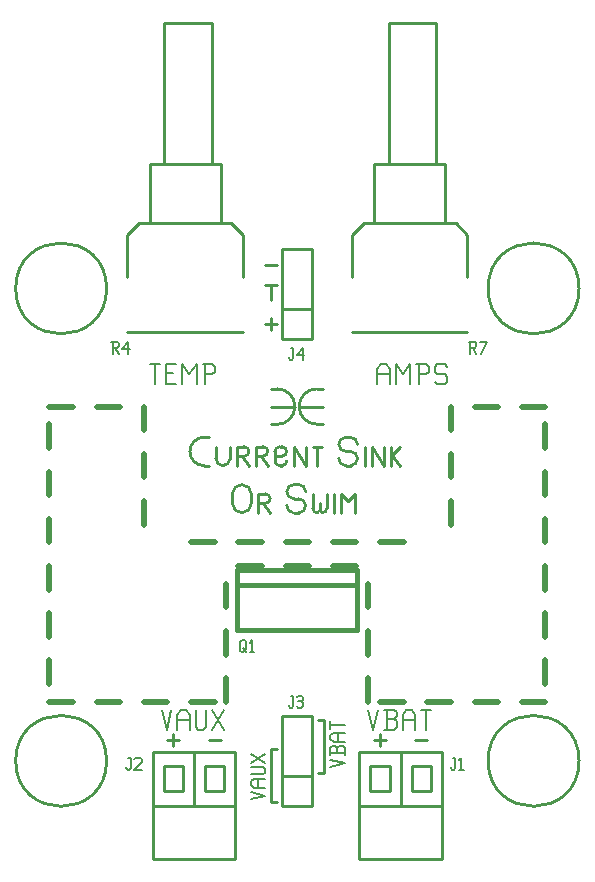
<source format=gto>
G04 start of page 9 for group -4079 idx -4079 *
G04 Title: Current - Sink or Swim, topsilk *
G04 Creator: pcb 1.99z *
G04 CreationDate: Tue 14 Apr 2015 12:04:08 AM GMT UTC *
G04 For: eelco *
G04 Format: Gerber/RS-274X *
G04 PCB-Dimensions (mil): 3937.01 3937.01 *
G04 PCB-Coordinate-Origin: lower left *
%MOIN*%
%FSLAX25Y25*%
%LNTOPSILK*%
%ADD86C,0.0150*%
%ADD85C,0.0200*%
%ADD84C,0.0100*%
%ADD83C,0.0079*%
%ADD82C,0.0098*%
G54D82*X186024Y276575D02*X189961D01*
X187992D02*Y271654D01*
X186024Y283465D02*X189961D01*
X186024Y263780D02*X189961D01*
X187992Y265748D02*Y261811D01*
X188189Y230315D02*X190157D01*
X188189Y242126D02*X190157D01*
X188189Y236220D02*X196063D01*
X203346Y242126D02*X205315D01*
X203346Y230315D02*X205315D01*
X197441Y236220D02*X205315D01*
X169685Y222835D02*Y218898D01*
X174409D02*Y222835D01*
X167323Y225984D02*X165748D01*
Y216535D02*X167323D01*
X175197Y203937D02*Y207087D01*
X176772Y216535D02*Y222835D01*
X179134D01*
X176772Y219685D02*X179134D01*
X178346D02*X180709Y216535D01*
X183071D02*Y222835D01*
X185433D01*
X183071Y219685D02*X185433D01*
X190945Y222835D02*X191732D01*
Y219685D02*X189370D01*
X190945Y216535D02*X191732D01*
X189370Y218110D02*Y221260D01*
X184646Y219685D02*X187008Y216535D01*
X195669D02*Y222835D01*
X199606Y216535D01*
Y222835D01*
X203543D02*Y216535D01*
X201969Y222835D02*X205118D01*
X214567Y225984D02*X212992D01*
Y221260D02*X214567D01*
Y216535D02*X212992D01*
X219291Y222835D02*Y216535D01*
X221654D02*Y222835D01*
X225591Y216535D01*
Y222835D01*
X227953D02*Y216535D01*
Y220472D02*X231102Y216535D01*
Y222835D02*X227953Y219685D01*
X181496Y203937D02*Y207087D01*
X183858Y200787D02*Y207087D01*
X186220D01*
X183858Y203937D02*X186220D01*
X185433D02*X187795Y200787D01*
X201969Y207087D02*Y202362D01*
X209055Y207087D02*Y200787D01*
X206693Y202362D02*Y207087D01*
X204331Y201575D02*Y203937D01*
X197244Y210236D02*X195669D01*
Y205512D02*X197244D01*
Y200787D02*X195669D01*
X211417D02*Y207087D01*
X213780Y204724D01*
X216142Y207087D01*
Y200787D01*
X203740Y131890D02*X205709D01*
Y114173D01*
X203740D01*
X189961Y104331D02*X187992D01*
Y122047D01*
X189961D01*
X236220Y125000D02*X240157D01*
X167323D02*X171260D01*
X153543D02*X157480D01*
X155512Y126969D02*Y123031D01*
X222441Y125000D02*X226378D01*
X224409Y126969D02*Y123031D01*
X196063Y236220D02*G75*G03X190157Y242126I-5906J0D01*G01*
Y230315D02*G75*G03X196063Y236220I0J5906D01*G01*
X203346Y230315D02*G75*G02X197441Y236220I0J5906D01*G01*
G75*G02X203346Y242126I5906J0D01*G01*
X185433Y222835D02*G75*G02X187008Y221260I0J-1575D01*G01*
X189370D02*G75*G02X190945Y222835I1575J0D01*G01*
X191732D02*G75*G02X193307Y221260I0J-1575D01*G01*
G75*G02X191732Y219685I-1575J0D01*G01*
X189370Y218110D02*G75*G03X190945Y216535I1575J0D01*G01*
X191732D02*G75*G03X193307Y218110I0J1575D01*G01*
X187008Y221260D02*G75*G02X185433Y219685I-1575J0D01*G01*
X216929Y223622D02*G75*G03X214567Y225984I-2362J0D01*G01*
X212992D02*G75*G03X210630Y223622I0J-2362D01*G01*
G75*G03X212992Y221260I2362J0D01*G01*
X214567D02*G75*G02X216929Y218898I0J-2362D01*G01*
G75*G02X214567Y216535I-2362J0D01*G01*
X212992D02*G75*G02X210630Y218898I0J2362D01*G01*
X169685D02*G75*G03X172047Y216535I2362J0D01*G01*
G75*G03X174409Y218898I0J2362D01*G01*
X165748Y225984D02*G75*G03X161024Y221260I0J-4724D01*G01*
G75*G03X165748Y216535I4724J0D01*G01*
X179134Y222835D02*G75*G02X180709Y221260I0J-1575D01*G01*
G75*G02X179134Y219685I-1575J0D01*G01*
X175197Y207087D02*G75*G02X178346Y210236I3150J0D01*G01*
G75*G02X181496Y207087I0J-3150D01*G01*
X186220D02*G75*G02X187795Y205512I0J-1575D01*G01*
G75*G02X186220Y203937I-1575J0D01*G01*
X178346Y200787D02*G75*G02X175197Y203937I0J3150D01*G01*
X178346Y200787D02*G75*G03X181496Y203937I0J3150D01*G01*
X199606Y207874D02*G75*G03X197244Y210236I-2362J0D01*G01*
X195669D02*G75*G03X193307Y207874I0J-2362D01*G01*
G75*G03X195669Y205512I2362J0D01*G01*
X197244D02*G75*G02X199606Y203150I0J-2362D01*G01*
X201969Y202362D02*G75*G03X203543Y200787I1575J0D01*G01*
G75*G03X204331Y201575I0J787D01*G01*
G75*G03X205118Y200787I787J0D01*G01*
G75*G03X206693Y202362I0J1575D01*G01*
X199606Y203150D02*G75*G02X197244Y200787I-2362J0D01*G01*
X195669D02*G75*G02X193307Y203150I0J2362D01*G01*
G54D83*X151575Y135151D02*X153235Y128511D01*
X154895Y135151D01*
X156887Y133491D02*Y128511D01*
Y133491D02*X158049Y135151D01*
X159875D01*
X161037Y133491D01*
Y128511D01*
X156887Y131831D02*X161037D01*
X163029Y135151D02*Y129341D01*
X163859Y128511D01*
X165519D01*
X166349Y129341D01*
Y135151D02*Y129341D01*
X168341Y128511D02*X172491Y135151D01*
X168341D02*X172491Y128511D01*
X220472Y135151D02*X222132Y128511D01*
X223792Y135151D01*
X225784Y128511D02*X229104D01*
X229934Y129341D01*
Y131333D02*Y129341D01*
X229104Y132163D02*X229934Y131333D01*
X226614Y132163D02*X229104D01*
X226614Y135151D02*Y128511D01*
X225784Y135151D02*X229104D01*
X229934Y134321D01*
Y132993D01*
X229104Y132163D02*X229934Y132993D01*
X231926Y133491D02*Y128511D01*
Y133491D02*X233088Y135151D01*
X234914D01*
X236076Y133491D01*
Y128511D01*
X231926Y131831D02*X236076D01*
X238068Y135151D02*X241388D01*
X239728D02*Y128511D01*
X147638Y250309D02*X150958D01*
X149298D02*Y243669D01*
X152950Y247321D02*X155440D01*
X152950Y243669D02*X156270D01*
X152950Y250309D02*Y243669D01*
Y250309D02*X156270D01*
X158262D02*Y243669D01*
Y250309D02*X160752Y246989D01*
X163242Y250309D01*
Y243669D01*
X166064Y250309D02*Y243669D01*
X165234Y250309D02*X168554D01*
X169384Y249479D01*
Y247819D01*
X168554Y246989D02*X169384Y247819D01*
X166064Y246989D02*X168554D01*
X223425Y248649D02*Y243669D01*
Y248649D02*X224587Y250309D01*
X226413D01*
X227575Y248649D01*
Y243669D01*
X223425Y246989D02*X227575D01*
X229567Y250309D02*Y243669D01*
Y250309D02*X232057Y246989D01*
X234547Y250309D01*
Y243669D01*
X237369Y250309D02*Y243669D01*
X236539Y250309D02*X239859D01*
X240689Y249479D01*
Y247819D01*
X239859Y246989D02*X240689Y247819D01*
X237369Y246989D02*X239859D01*
X246001Y250309D02*X246831Y249479D01*
X243511Y250309D02*X246001D01*
X242681Y249479D02*X243511Y250309D01*
X242681Y249479D02*Y247819D01*
X243511Y246989D01*
X246001D01*
X246831Y246159D01*
Y244499D01*
X246001Y243669D02*X246831Y244499D01*
X243511Y243669D02*X246001D01*
X242681Y244499D02*X243511Y243669D01*
X181318Y105315D02*X186118Y106515D01*
X181318Y107715D01*
X182518Y109155D02*X186118D01*
X182518D02*X181318Y109995D01*
Y111315D02*Y109995D01*
Y111315D02*X182518Y112155D01*
X186118D01*
X183718D02*Y109155D01*
X181318Y113595D02*X185518D01*
X186118Y114195D01*
Y115395D02*Y114195D01*
Y115395D02*X185518Y115995D01*
X181318D02*X185518D01*
X186118Y117435D02*X181318Y120435D01*
Y117435D02*X186118Y120435D01*
X207893Y116142D02*X212693Y117342D01*
X207893Y118542D01*
X212693Y122382D02*Y119982D01*
Y122382D02*X212093Y122982D01*
X210653D02*X212093D01*
X210053Y122382D02*X210653Y122982D01*
X210053Y122382D02*Y120582D01*
X207893D02*X212693D01*
X207893Y122382D02*Y119982D01*
Y122382D02*X208493Y122982D01*
X209453D01*
X210053Y122382D02*X209453Y122982D01*
X209093Y124422D02*X212693D01*
X209093D02*X207893Y125262D01*
Y126582D02*Y125262D01*
Y126582D02*X209093Y127422D01*
X212693D01*
X210293D02*Y124422D01*
X207893Y131262D02*Y128862D01*
Y130062D02*X212693D01*
G54D84*X214961Y261024D02*X253543D01*
Y293307D02*Y279528D01*
X214961Y293307D02*Y279528D01*
X253543Y293307D02*X249606Y297244D01*
X214961Y293307D02*X218898Y297244D01*
X249606D01*
X246063Y316929D02*Y297244D01*
X222441Y316929D02*Y297244D01*
Y316929D02*X246063D01*
X243110Y364173D02*Y316929D01*
X227362Y364173D02*Y316929D01*
Y364173D02*X243110D01*
X140157Y261024D02*X178740D01*
Y293307D02*Y279528D01*
X140157Y293307D02*Y279528D01*
X178740Y293307D02*X174803Y297244D01*
X140157Y293307D02*X144094Y297244D01*
X174803D01*
X171260Y316929D02*Y297244D01*
X147638Y316929D02*Y297244D01*
Y316929D02*X171260D01*
X168307Y364173D02*Y316929D01*
X152559Y364173D02*Y316929D01*
Y364173D02*X168307D01*
X260433Y275591D02*G75*G03X260433Y275591I15157J0D01*G01*
X191850Y258622D02*X201850D01*
X191850Y268622D02*X201850D01*
Y288622D02*Y258622D01*
X191850Y288622D02*Y258622D01*
Y288622D02*X201850D01*
X102953Y275591D02*G75*G03X102953Y275591I15157J0D01*G01*
Y118110D02*G75*G03X102953Y118110I15157J0D01*G01*
X148622Y121063D02*X176181D01*
X148622Y103150D02*X176181D01*
X148622Y85236D02*X176181D01*
X148622D02*X176181D01*
X148622Y121063D02*Y85236D01*
X162402Y121063D02*Y103150D01*
X176181Y121063D02*Y85236D01*
X152264Y116240D02*X158760D01*
X152264Y107972D02*X158760D01*
X152264Y116240D02*Y107972D01*
X158760Y116240D02*Y107972D01*
X166043Y116240D02*X172539D01*
X166043Y107972D02*X172539D01*
X166043Y116240D02*Y107972D01*
X172539Y116240D02*Y107972D01*
X217520Y121063D02*X245079D01*
X217520Y103150D02*X245079D01*
X217520Y85236D02*X245079D01*
X217520D02*X245079D01*
X217520Y121063D02*Y85236D01*
X231299Y121063D02*Y103150D01*
X245079Y121063D02*Y85236D01*
X221161Y116240D02*X227657D01*
X221161Y107972D02*X227657D01*
X221161Y116240D02*Y107972D01*
X227657Y116240D02*Y107972D01*
X234941Y116240D02*X241437D01*
X234941Y107972D02*X241437D01*
X234941Y116240D02*Y107972D01*
X241437Y116240D02*Y107972D01*
X260433Y118110D02*G75*G03X260433Y118110I15157J0D01*G01*
X191850Y103110D02*X201850D01*
X191850Y113110D02*X201850D01*
Y133110D02*Y103110D01*
X191850Y133110D02*Y103110D01*
Y133110D02*X201850D01*
G54D85*X114173Y236220D02*X122047D01*
X129921D02*X137795D01*
X145669D02*Y228346D01*
Y220472D02*Y212598D01*
Y204724D02*Y196850D01*
X161417Y190945D02*X169291D01*
X177165D02*X185039D01*
X192913D02*X200787D01*
X208661D02*X216535D01*
X224409D02*X232283D01*
X248031Y204724D02*Y196850D01*
Y220472D02*Y212598D01*
Y236220D02*Y228346D01*
X255906Y236220D02*X263780D01*
X271654D02*X279528D01*
X114173Y137795D02*X122047D01*
X129921D02*X137795D01*
X145669D02*X153543D01*
X161417D02*X169291D01*
X173228D02*Y145669D01*
Y153543D02*Y161417D01*
Y169291D02*Y177165D01*
X177165Y183071D02*X185039D01*
X192913D02*X200787D01*
X208661D02*X216535D01*
X220472Y169291D02*Y177165D01*
Y153543D02*Y161417D01*
Y137795D02*Y145669D01*
X224409Y137795D02*X232283D01*
X240157D02*X248031D01*
X255906D02*X263780D01*
X271654D02*X279528D01*
X114173Y230315D02*Y222441D01*
Y214567D02*Y206693D01*
Y198819D02*Y190945D01*
Y183071D02*Y175197D01*
Y167323D02*Y159449D01*
Y151575D02*Y143701D01*
X279528Y230315D02*Y222441D01*
Y214567D02*Y206693D01*
Y198819D02*Y190945D01*
Y183071D02*Y175197D01*
Y167323D02*Y159449D01*
Y151575D02*Y143701D01*
G54D86*X176850Y181791D02*X216850D01*
X176850Y176791D02*X216850D01*
X176850Y181791D02*Y161791D01*
X216850Y181791D02*Y161791D01*
X176850D02*X216850D01*
G54D83*X253937Y257858D02*X255937D01*
X256437Y257358D01*
Y256358D01*
X255937Y255858D02*X256437Y256358D01*
X254437Y255858D02*X255937D01*
X254437Y257858D02*Y253858D01*
X255237Y255858D02*X256437Y253858D01*
X258137D02*X260137Y257858D01*
X257637D02*X260137D01*
X248731Y119079D02*X249531D01*
Y115579D01*
X249031Y115079D02*X249531Y115579D01*
X248531Y115079D02*X249031D01*
X248031Y115579D02*X248531Y115079D01*
X248031Y116079D02*Y115579D01*
X250732Y118279D02*X251532Y119079D01*
Y115079D01*
X250732D02*X252232D01*
X134843Y257858D02*X136843D01*
X137343Y257358D01*
Y256358D01*
X136843Y255858D02*X137343Y256358D01*
X135343Y255858D02*X136843D01*
X135343Y257858D02*Y253858D01*
X136143Y255858D02*X137343Y253858D01*
X138543Y255358D02*X140543Y257858D01*
X138543Y255358D02*X141043D01*
X140543Y257858D02*Y253858D01*
X194598Y139748D02*X195398D01*
Y136248D01*
X194898Y135748D02*X195398Y136248D01*
X194398Y135748D02*X194898D01*
X193898Y136248D02*X194398Y135748D01*
X193898Y136748D02*Y136248D01*
X196598Y139248D02*X197098Y139748D01*
X198098D01*
X198598Y139248D01*
X198098Y135748D02*X198598Y136248D01*
X197098Y135748D02*X198098D01*
X196598Y136248D02*X197098Y135748D01*
Y137948D02*X198098D01*
X198598Y139248D02*Y138448D01*
Y137448D02*Y136248D01*
Y137448D02*X198098Y137948D01*
X198598Y138448D02*X198098Y137948D01*
X140464Y119079D02*X141264D01*
Y115579D01*
X140764Y115079D02*X141264Y115579D01*
X140264Y115079D02*X140764D01*
X139764Y115579D02*X140264Y115079D01*
X139764Y116079D02*Y115579D01*
X142464Y118579D02*X142964Y119079D01*
X144464D01*
X144964Y118579D01*
Y117579D01*
X142464Y115079D02*X144964Y117579D01*
X142464Y115079D02*X144964D01*
X177850Y157791D02*Y154791D01*
Y157791D02*X178350Y158291D01*
X179350D01*
X179850Y157791D01*
Y155291D01*
X178850Y154291D02*X179850Y155291D01*
X178350Y154291D02*X178850D01*
X177850Y154791D02*X178350Y154291D01*
X178850Y155791D02*X179850Y154291D01*
X181050Y157491D02*X181850Y158291D01*
Y154291D01*
X181050D02*X182550D01*
X194598Y255890D02*X195398D01*
Y252390D01*
X194898Y251890D02*X195398Y252390D01*
X194398Y251890D02*X194898D01*
X193898Y252390D02*X194398Y251890D01*
X193898Y252890D02*Y252390D01*
X196598Y253390D02*X198598Y255890D01*
X196598Y253390D02*X199098D01*
X198598Y255890D02*Y251890D01*
M02*

</source>
